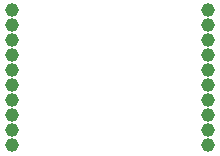
<source format=gbr>
G04 EAGLE Gerber RS-274X export*
G75*
%MOMM*%
%FSLAX34Y34*%
%LPD*%
%INSoldermask Bottom*%
%IPPOS*%
%AMOC8*
5,1,8,0,0,1.08239X$1,22.5*%
G01*
%ADD10C,1.177000*%


D10*
X166770Y63500D03*
X166770Y50800D03*
X166770Y38100D03*
X166770Y25400D03*
X166770Y12700D03*
X166770Y76200D03*
X166770Y88900D03*
X166770Y101600D03*
X166770Y114300D03*
X166770Y127000D03*
X1270Y63500D03*
X1270Y50800D03*
X1270Y38100D03*
X1270Y25400D03*
X1270Y12700D03*
X1270Y76200D03*
X1270Y88900D03*
X1270Y101600D03*
X1270Y114300D03*
X1270Y127000D03*
M02*

</source>
